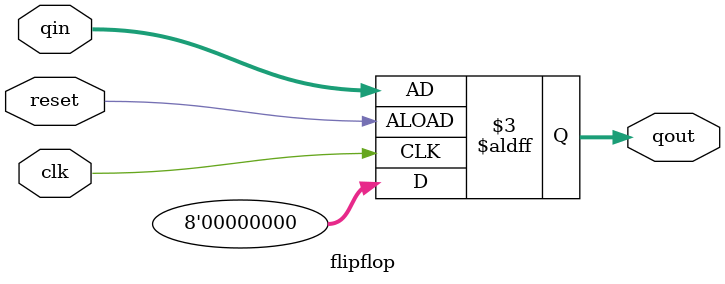
<source format=sv>
module flipflop (input logic clk, reset, 
                 input logic [7:0] qin, 
                 output logic [7:0] qout);


always @(posedge clk or posedge reset)
  if (!reset)
    qout <= '0;
  else
    qout <= qin;

endmodule 
</source>
